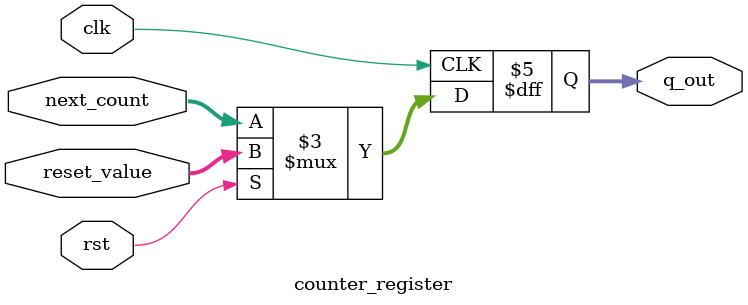
<source format=sv>
module sync_down_counter #(
    parameter WIDTH = 8
)(
    input  wire clk,
    input  wire rst,
    input  wire enable,
    output wire [WIDTH-1:0] q_out
);
    // 内部连线
    wire [WIDTH-1:0] next_count;
    wire [WIDTH-1:0] reset_value;
    
    // 实例化子模块
    counter_control_unit #(
        .WIDTH(WIDTH)
    ) control_unit (
        .enable(enable),
        .current_count(q_out),
        .next_count(next_count)
    );
    
    reset_value_generator #(
        .WIDTH(WIDTH)
    ) reset_gen (
        .reset_value(reset_value)
    );
    
    counter_register #(
        .WIDTH(WIDTH)
    ) count_reg (
        .clk(clk),
        .rst(rst),
        .next_count(next_count),
        .reset_value(reset_value),
        .q_out(q_out)
    );
    
endmodule

// 计数器控制单元 - 负责计数逻辑，使用条件求和算法实现减法
module counter_control_unit #(
    parameter WIDTH = 8
)(
    input  wire enable,
    input  wire [WIDTH-1:0] current_count,
    output wire [WIDTH-1:0] next_count
);
    // 条件求和减法算法实现
    wire [WIDTH-1:0] ones_complement;
    wire [WIDTH:0] sum;
    wire [WIDTH-1:0] decrement_result;
    
    // 1的补码 (取反)
    assign ones_complement = ~8'b00000001;
    
    // 条件求和 (加上1的补码 + 1)
    assign sum = {1'b0, current_count} + {1'b0, ones_complement} + 1'b1;
    
    // 提取结果 (忽略进位)
    assign decrement_result = sum[WIDTH-1:0];
    
    // 计数逻辑 - 当使能时递减
    assign next_count = enable ? decrement_result : current_count;
    
endmodule

// 复位值生成器 - 生成复位时的初始值
module reset_value_generator #(
    parameter WIDTH = 8
)(
    output wire [WIDTH-1:0] reset_value
);
    // 复位值为全1
    assign reset_value = {WIDTH{1'b1}};
    
endmodule

// 计数器寄存器 - 存储当前计数值
module counter_register #(
    parameter WIDTH = 8
)(
    input  wire clk,
    input  wire rst,
    input  wire [WIDTH-1:0] next_count,
    input  wire [WIDTH-1:0] reset_value,
    output reg  [WIDTH-1:0] q_out
);
    // 时序逻辑 - 在时钟上升沿更新计数值
    always @(posedge clk) begin
        if (rst)
            q_out <= reset_value;  // 复位到指定值
        else
            q_out <= next_count;   // 更新为下一个计数值
    end
    
endmodule
</source>
